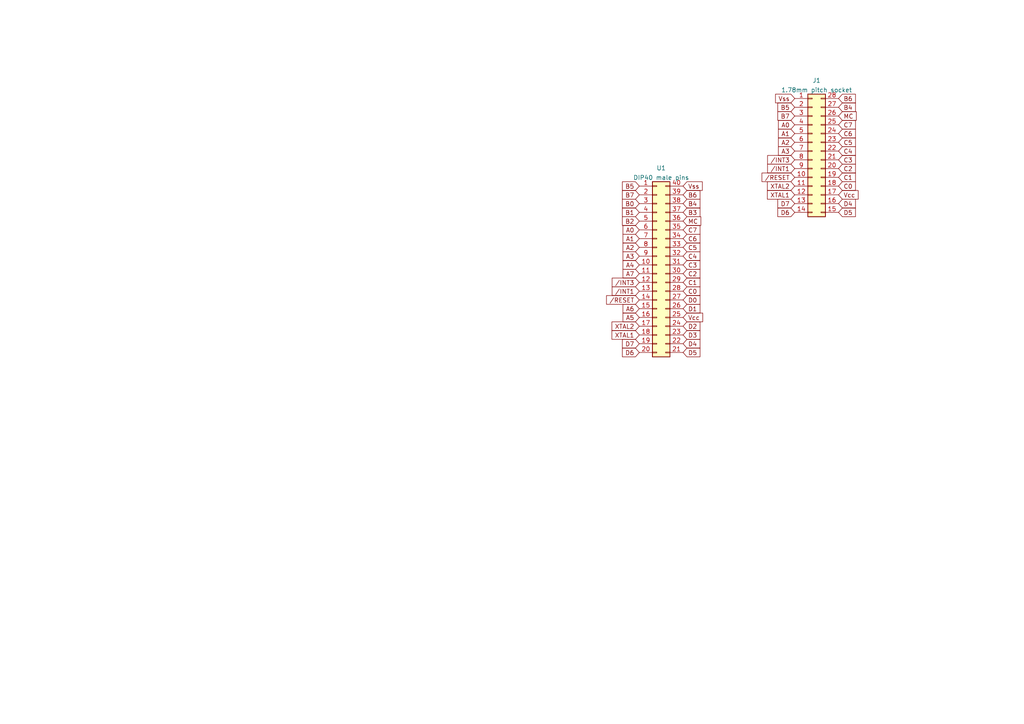
<source format=kicad_sch>
(kicad_sch (version 20211123) (generator eeschema)
  (paper "A4")
  (lib_symbols
    (symbol "Connector_Generic:Conn_02x14_Counter_Clockwise" (pin_names (offset 1.016) hide)
      (property "Reference" "J" (at 1.27 17.78 0))
      (property "Value" "Conn_02x14_Counter_Clockwise" (at 1.27 -20.32 0))
      (symbol "Conn_02x14_Counter_Clockwise_1_1"
        (rectangle (start -1.27 -17.653) (end 0 -17.907) (stroke (width 0.1524)))
        (rectangle (start -1.27 -15.113) (end 0 -15.367) (stroke (width 0.1524)))
        (rectangle (start -1.27 -12.573) (end 0 -12.827) (stroke (width 0.1524)))
        (rectangle (start -1.27 -10.033) (end 0 -10.287) (stroke (width 0.1524)))
        (rectangle (start -1.27 -7.493) (end 0 -7.747) (stroke (width 0.1524)))
        (rectangle (start -1.27 -4.953) (end 0 -5.207) (stroke (width 0.1524)))
        (rectangle (start -1.27 -2.413) (end 0 -2.667) (stroke (width 0.1524)))
        (rectangle (start -1.27 0.127) (end 0 -0.127) (stroke (width 0.1524)))
        (rectangle (start -1.27 2.667) (end 0 2.413) (stroke (width 0.1524)))
        (rectangle (start -1.27 5.207) (end 0 4.953) (stroke (width 0.1524)))
        (rectangle (start -1.27 7.747) (end 0 7.493) (stroke (width 0.1524)))
        (rectangle (start -1.27 10.287) (end 0 10.033) (stroke (width 0.1524)))
        (rectangle (start -1.27 12.827) (end 0 12.573) (stroke (width 0.1524)))
        (rectangle (start -1.27 15.367) (end 0 15.113) (stroke (width 0.1524)))
        (rectangle (start -1.27 16.51) (end 3.81 -19.05) (stroke (width 0.254)) (fill (type background)))
        (rectangle (start 3.81 -17.653) (end 2.54 -17.907) (stroke (width 0.1524)))
        (rectangle (start 3.81 -15.113) (end 2.54 -15.367) (stroke (width 0.1524)))
        (rectangle (start 3.81 -12.573) (end 2.54 -12.827) (stroke (width 0.1524)))
        (rectangle (start 3.81 -10.033) (end 2.54 -10.287) (stroke (width 0.1524)))
        (rectangle (start 3.81 -7.493) (end 2.54 -7.747) (stroke (width 0.1524)))
        (rectangle (start 3.81 -4.953) (end 2.54 -5.207) (stroke (width 0.1524)))
        (rectangle (start 3.81 -2.413) (end 2.54 -2.667) (stroke (width 0.1524)))
        (rectangle (start 3.81 0.127) (end 2.54 -0.127) (stroke (width 0.1524)))
        (rectangle (start 3.81 2.667) (end 2.54 2.413) (stroke (width 0.1524)))
        (rectangle (start 3.81 5.207) (end 2.54 4.953) (stroke (width 0.1524)))
        (rectangle (start 3.81 7.747) (end 2.54 7.493) (stroke (width 0.1524)))
        (rectangle (start 3.81 10.287) (end 2.54 10.033) (stroke (width 0.1524)))
        (rectangle (start 3.81 12.827) (end 2.54 12.573) (stroke (width 0.1524)))
        (rectangle (start 3.81 15.367) (end 2.54 15.113) (stroke (width 0.1524)))
        (pin passive line (at -5.08 15.24 0) (length 3.81) (name "Pin_1") (number "1"))
        (pin passive line (at -5.08 -7.62 0) (length 3.81) (name "Pin_10") (number "10"))
        (pin passive line (at -5.08 -10.16 0) (length 3.81) (name "Pin_11") (number "11"))
        (pin passive line (at -5.08 -12.7 0) (length 3.81) (name "Pin_12") (number "12"))
        (pin passive line (at -5.08 -15.24 0) (length 3.81) (name "Pin_13") (number "13"))
        (pin passive line (at -5.08 -17.78 0) (length 3.81) (name "Pin_14") (number "14"))
        (pin passive line (at 7.62 -17.78 180) (length 3.81) (name "Pin_15") (number "15"))
        (pin passive line (at 7.62 -15.24 180) (length 3.81) (name "Pin_16") (number "16"))
        (pin passive line (at 7.62 -12.7 180) (length 3.81) (name "Pin_17") (number "17"))
        (pin passive line (at 7.62 -10.16 180) (length 3.81) (name "Pin_18") (number "18"))
        (pin passive line (at 7.62 -7.62 180) (length 3.81) (name "Pin_19") (number "19"))
        (pin passive line (at -5.08 12.7 0) (length 3.81) (name "Pin_2") (number "2"))
        (pin passive line (at 7.62 -5.08 180) (length 3.81) (name "Pin_20") (number "20"))
        (pin passive line (at 7.62 -2.54 180) (length 3.81) (name "Pin_21") (number "21"))
        (pin passive line (at 7.62 0 180) (length 3.81) (name "Pin_22") (number "22"))
        (pin passive line (at 7.62 2.54 180) (length 3.81) (name "Pin_23") (number "23"))
        (pin passive line (at 7.62 5.08 180) (length 3.81) (name "Pin_24") (number "24"))
        (pin passive line (at 7.62 7.62 180) (length 3.81) (name "Pin_25") (number "25"))
        (pin passive line (at 7.62 10.16 180) (length 3.81) (name "Pin_26") (number "26"))
        (pin passive line (at 7.62 12.7 180) (length 3.81) (name "Pin_27") (number "27"))
        (pin passive line (at 7.62 15.24 180) (length 3.81) (name "Pin_28") (number "28"))
        (pin passive line (at -5.08 10.16 0) (length 3.81) (name "Pin_3") (number "3"))
        (pin passive line (at -5.08 7.62 0) (length 3.81) (name "Pin_4") (number "4"))
        (pin passive line (at -5.08 5.08 0) (length 3.81) (name "Pin_5") (number "5"))
        (pin passive line (at -5.08 2.54 0) (length 3.81) (name "Pin_6") (number "6"))
        (pin passive line (at -5.08 0 0) (length 3.81) (name "Pin_7") (number "7"))
        (pin passive line (at -5.08 -2.54 0) (length 3.81) (name "Pin_8") (number "8"))
        (pin passive line (at -5.08 -5.08 0) (length 3.81) (name "Pin_9") (number "9"))
      )
    )
    (symbol "Connector_Generic:Conn_02x20_Counter_Clockwise" (pin_names (offset 1.016) hide)
      (property "Reference" "J" (at 1.27 25.4 0))
      (property "Value" "Conn_02x20_Counter_Clockwise" (at 1.27 -27.94 0))
      (symbol "Conn_02x20_Counter_Clockwise_1_1"
        (rectangle (start -1.27 -25.273) (end 0 -25.527) (stroke (width 0.1524)))
        (rectangle (start -1.27 -22.733) (end 0 -22.987) (stroke (width 0.1524)))
        (rectangle (start -1.27 -20.193) (end 0 -20.447) (stroke (width 0.1524)))
        (rectangle (start -1.27 -17.653) (end 0 -17.907) (stroke (width 0.1524)))
        (rectangle (start -1.27 -15.113) (end 0 -15.367) (stroke (width 0.1524)))
        (rectangle (start -1.27 -12.573) (end 0 -12.827) (stroke (width 0.1524)))
        (rectangle (start -1.27 -10.033) (end 0 -10.287) (stroke (width 0.1524)))
        (rectangle (start -1.27 -7.493) (end 0 -7.747) (stroke (width 0.1524)))
        (rectangle (start -1.27 -4.953) (end 0 -5.207) (stroke (width 0.1524)))
        (rectangle (start -1.27 -2.413) (end 0 -2.667) (stroke (width 0.1524)))
        (rectangle (start -1.27 0.127) (end 0 -0.127) (stroke (width 0.1524)))
        (rectangle (start -1.27 2.667) (end 0 2.413) (stroke (width 0.1524)))
        (rectangle (start -1.27 5.207) (end 0 4.953) (stroke (width 0.1524)))
        (rectangle (start -1.27 7.747) (end 0 7.493) (stroke (width 0.1524)))
        (rectangle (start -1.27 10.287) (end 0 10.033) (stroke (width 0.1524)))
        (rectangle (start -1.27 12.827) (end 0 12.573) (stroke (width 0.1524)))
        (rectangle (start -1.27 15.367) (end 0 15.113) (stroke (width 0.1524)))
        (rectangle (start -1.27 17.907) (end 0 17.653) (stroke (width 0.1524)))
        (rectangle (start -1.27 20.447) (end 0 20.193) (stroke (width 0.1524)))
        (rectangle (start -1.27 22.987) (end 0 22.733) (stroke (width 0.1524)))
        (rectangle (start -1.27 24.13) (end 3.81 -26.67) (stroke (width 0.254)) (fill (type background)))
        (rectangle (start 3.81 -25.273) (end 2.54 -25.527) (stroke (width 0.1524)))
        (rectangle (start 3.81 -22.733) (end 2.54 -22.987) (stroke (width 0.1524)))
        (rectangle (start 3.81 -20.193) (end 2.54 -20.447) (stroke (width 0.1524)))
        (rectangle (start 3.81 -17.653) (end 2.54 -17.907) (stroke (width 0.1524)))
        (rectangle (start 3.81 -15.113) (end 2.54 -15.367) (stroke (width 0.1524)))
        (rectangle (start 3.81 -12.573) (end 2.54 -12.827) (stroke (width 0.1524)))
        (rectangle (start 3.81 -10.033) (end 2.54 -10.287) (stroke (width 0.1524)))
        (rectangle (start 3.81 -7.493) (end 2.54 -7.747) (stroke (width 0.1524)))
        (rectangle (start 3.81 -4.953) (end 2.54 -5.207) (stroke (width 0.1524)))
        (rectangle (start 3.81 -2.413) (end 2.54 -2.667) (stroke (width 0.1524)))
        (rectangle (start 3.81 0.127) (end 2.54 -0.127) (stroke (width 0.1524)))
        (rectangle (start 3.81 2.667) (end 2.54 2.413) (stroke (width 0.1524)))
        (rectangle (start 3.81 5.207) (end 2.54 4.953) (stroke (width 0.1524)))
        (rectangle (start 3.81 7.747) (end 2.54 7.493) (stroke (width 0.1524)))
        (rectangle (start 3.81 10.287) (end 2.54 10.033) (stroke (width 0.1524)))
        (rectangle (start 3.81 12.827) (end 2.54 12.573) (stroke (width 0.1524)))
        (rectangle (start 3.81 15.367) (end 2.54 15.113) (stroke (width 0.1524)))
        (rectangle (start 3.81 17.907) (end 2.54 17.653) (stroke (width 0.1524)))
        (rectangle (start 3.81 20.447) (end 2.54 20.193) (stroke (width 0.1524)))
        (rectangle (start 3.81 22.987) (end 2.54 22.733) (stroke (width 0.1524)))
        (pin passive line (at -5.08 22.86 0) (length 3.81) (name "Pin_1") (number "1"))
        (pin passive line (at -5.08 0 0) (length 3.81) (name "Pin_10") (number "10"))
        (pin passive line (at -5.08 -2.54 0) (length 3.81) (name "Pin_11") (number "11"))
        (pin passive line (at -5.08 -5.08 0) (length 3.81) (name "Pin_12") (number "12"))
        (pin passive line (at -5.08 -7.62 0) (length 3.81) (name "Pin_13") (number "13"))
        (pin passive line (at -5.08 -10.16 0) (length 3.81) (name "Pin_14") (number "14"))
        (pin passive line (at -5.08 -12.7 0) (length 3.81) (name "Pin_15") (number "15"))
        (pin passive line (at -5.08 -15.24 0) (length 3.81) (name "Pin_16") (number "16"))
        (pin passive line (at -5.08 -17.78 0) (length 3.81) (name "Pin_17") (number "17"))
        (pin passive line (at -5.08 -20.32 0) (length 3.81) (name "Pin_18") (number "18"))
        (pin passive line (at -5.08 -22.86 0) (length 3.81) (name "Pin_19") (number "19"))
        (pin passive line (at -5.08 20.32 0) (length 3.81) (name "Pin_2") (number "2"))
        (pin passive line (at -5.08 -25.4 0) (length 3.81) (name "Pin_20") (number "20"))
        (pin passive line (at 7.62 -25.4 180) (length 3.81) (name "Pin_21") (number "21"))
        (pin passive line (at 7.62 -22.86 180) (length 3.81) (name "Pin_22") (number "22"))
        (pin passive line (at 7.62 -20.32 180) (length 3.81) (name "Pin_23") (number "23"))
        (pin passive line (at 7.62 -17.78 180) (length 3.81) (name "Pin_24") (number "24"))
        (pin passive line (at 7.62 -15.24 180) (length 3.81) (name "Pin_25") (number "25"))
        (pin passive line (at 7.62 -12.7 180) (length 3.81) (name "Pin_26") (number "26"))
        (pin passive line (at 7.62 -10.16 180) (length 3.81) (name "Pin_27") (number "27"))
        (pin passive line (at 7.62 -7.62 180) (length 3.81) (name "Pin_28") (number "28"))
        (pin passive line (at 7.62 -5.08 180) (length 3.81) (name "Pin_29") (number "29"))
        (pin passive line (at -5.08 17.78 0) (length 3.81) (name "Pin_3") (number "3"))
        (pin passive line (at 7.62 -2.54 180) (length 3.81) (name "Pin_30") (number "30"))
        (pin passive line (at 7.62 0 180) (length 3.81) (name "Pin_31") (number "31"))
        (pin passive line (at 7.62 2.54 180) (length 3.81) (name "Pin_32") (number "32"))
        (pin passive line (at 7.62 5.08 180) (length 3.81) (name "Pin_33") (number "33"))
        (pin passive line (at 7.62 7.62 180) (length 3.81) (name "Pin_34") (number "34"))
        (pin passive line (at 7.62 10.16 180) (length 3.81) (name "Pin_35") (number "35"))
        (pin passive line (at 7.62 12.7 180) (length 3.81) (name "Pin_36") (number "36"))
        (pin passive line (at 7.62 15.24 180) (length 3.81) (name "Pin_37") (number "37"))
        (pin passive line (at 7.62 17.78 180) (length 3.81) (name "Pin_38") (number "38"))
        (pin passive line (at 7.62 20.32 180) (length 3.81) (name "Pin_39") (number "39"))
        (pin passive line (at -5.08 15.24 0) (length 3.81) (name "Pin_4") (number "4"))
        (pin passive line (at 7.62 22.86 180) (length 3.81) (name "Pin_40") (number "40"))
        (pin passive line (at -5.08 12.7 0) (length 3.81) (name "Pin_5") (number "5"))
        (pin passive line (at -5.08 10.16 0) (length 3.81) (name "Pin_6") (number "6"))
        (pin passive line (at -5.08 7.62 0) (length 3.81) (name "Pin_7") (number "7"))
        (pin passive line (at -5.08 5.08 0) (length 3.81) (name "Pin_8") (number "8"))
        (pin passive line (at -5.08 2.54 0) (length 3.81) (name "Pin_9") (number "9"))
      )
    )
  )
  (global_label "C3" (shape input) (at 243.205 46.355 0) (property "Intersheet References" "${INTERSHEET_REFS}" (effects hide)))
  (global_label "D3" (shape input) (at 198.12 97.155 0) (property "Intersheet References" "${INTERSHEET_REFS}" (effects hide)))
  (global_label "MC" (shape input) (at 243.205 33.655 0) (property "Intersheet References" "${INTERSHEET_REFS}" (effects hide)))
  (global_label "MC" (shape input) (at 198.12 64.135 0) (property "Intersheet References" "${INTERSHEET_REFS}" (effects hide)))
  (global_label "A6" (shape input) (at 185.42 89.535 180) (property "Intersheet References" "${INTERSHEET_REFS}" (effects hide)))
  (global_label "B5" (shape input) (at 185.42 53.975 180) (property "Intersheet References" "${INTERSHEET_REFS}" (effects hide)))
  (global_label "C5" (shape input) (at 243.205 41.275 0) (property "Intersheet References" "${INTERSHEET_REFS}" (effects hide)))
  (global_label "{slash}INT1" (shape input) (at 185.42 84.455 180) (property "Intersheet References" "${INTERSHEET_REFS}" (effects hide)))
  (global_label "D2" (shape input) (at 198.12 94.615 0) (property "Intersheet References" "${INTERSHEET_REFS}" (effects hide)))
  (global_label "C2" (shape input) (at 243.205 48.895 0) (property "Intersheet References" "${INTERSHEET_REFS}" (effects hide)))
  (global_label "{slash}RESET" (shape input) (at 230.505 51.435 180) (property "Intersheet References" "${INTERSHEET_REFS}" (effects hide)))
  (global_label "{slash}INT3" (shape input) (at 185.42 81.915 180) (property "Intersheet References" "${INTERSHEET_REFS}" (effects hide)))
  (global_label "XTAL2" (shape input) (at 185.42 94.615 180) (property "Intersheet References" "${INTERSHEET_REFS}" (effects hide)))
  (global_label "Vss" (shape input) (at 230.505 28.575 180) (property "Intersheet References" "${INTERSHEET_REFS}" (effects hide)))
  (global_label "B4" (shape input) (at 243.205 31.115 0) (property "Intersheet References" "${INTERSHEET_REFS}" (effects hide)))
  (global_label "C7" (shape input) (at 243.205 36.195 0) (property "Intersheet References" "${INTERSHEET_REFS}" (effects hide)))
  (global_label "XTAL1" (shape input) (at 185.42 97.155 180) (property "Intersheet References" "${INTERSHEET_REFS}" (effects hide)))
  (global_label "B5" (shape input) (at 230.505 31.115 180) (property "Intersheet References" "${INTERSHEET_REFS}" (effects hide)))
  (global_label "A0" (shape input) (at 185.42 66.675 180) (property "Intersheet References" "${INTERSHEET_REFS}" (effects hide)))
  (global_label "C1" (shape input) (at 198.12 81.915 0) (property "Intersheet References" "${INTERSHEET_REFS}" (effects hide)))
  (global_label "XTAL2" (shape input) (at 230.505 53.975 180) (property "Intersheet References" "${INTERSHEET_REFS}" (effects hide)))
  (global_label "C2" (shape input) (at 198.12 79.375 0) (property "Intersheet References" "${INTERSHEET_REFS}" (effects hide)))
  (global_label "B7" (shape input) (at 185.42 56.515 180) (property "Intersheet References" "${INTERSHEET_REFS}" (effects hide)))
  (global_label "Vss" (shape input) (at 198.12 53.975 0) (property "Intersheet References" "${INTERSHEET_REFS}" (effects hide)))
  (global_label "C1" (shape input) (at 243.205 51.435 0) (property "Intersheet References" "${INTERSHEET_REFS}" (effects hide)))
  (global_label "{slash}INT3" (shape input) (at 230.505 46.355 180) (property "Intersheet References" "${INTERSHEET_REFS}" (effects hide)))
  (global_label "D7" (shape input) (at 230.505 59.055 180) (property "Intersheet References" "${INTERSHEET_REFS}" (effects hide)))
  (global_label "D5" (shape input) (at 198.12 102.235 0) (property "Intersheet References" "${INTERSHEET_REFS}" (effects hide)))
  (global_label "D4" (shape input) (at 198.12 99.695 0) (property "Intersheet References" "${INTERSHEET_REFS}" (effects hide)))
  (global_label "C0" (shape input) (at 198.12 84.455 0) (property "Intersheet References" "${INTERSHEET_REFS}" (effects hide)))
  (global_label "B0" (shape input) (at 185.42 59.055 180) (property "Intersheet References" "${INTERSHEET_REFS}" (effects hide)))
  (global_label "A3" (shape input) (at 230.505 43.815 180) (property "Intersheet References" "${INTERSHEET_REFS}" (effects hide)))
  (global_label "D7" (shape input) (at 185.42 99.695 180) (property "Intersheet References" "${INTERSHEET_REFS}" (effects hide)))
  (global_label "C3" (shape input) (at 198.12 76.835 0) (property "Intersheet References" "${INTERSHEET_REFS}" (effects hide)))
  (global_label "Vcc" (shape input) (at 243.205 56.515 0) (property "Intersheet References" "${INTERSHEET_REFS}" (effects hide)))
  (global_label "{slash}INT1" (shape input) (at 230.505 48.895 180) (property "Intersheet References" "${INTERSHEET_REFS}" (effects hide)))
  (global_label "D6" (shape input) (at 185.42 102.235 180) (property "Intersheet References" "${INTERSHEET_REFS}" (effects hide)))
  (global_label "A1" (shape input) (at 185.42 69.215 180) (property "Intersheet References" "${INTERSHEET_REFS}" (effects hide)))
  (global_label "D5" (shape input) (at 243.205 61.595 0) (property "Intersheet References" "${INTERSHEET_REFS}" (effects hide)))
  (global_label "A2" (shape input) (at 185.42 71.755 180) (property "Intersheet References" "${INTERSHEET_REFS}" (effects hide)))
  (global_label "D4" (shape input) (at 243.205 59.055 0) (property "Intersheet References" "${INTERSHEET_REFS}" (effects hide)))
  (global_label "A2" (shape input) (at 230.505 41.275 180) (property "Intersheet References" "${INTERSHEET_REFS}" (effects hide)))
  (global_label "B2" (shape input) (at 185.42 64.135 180) (property "Intersheet References" "${INTERSHEET_REFS}" (effects hide)))
  (global_label "C6" (shape input) (at 198.12 69.215 0) (property "Intersheet References" "${INTERSHEET_REFS}" (effects hide)))
  (global_label "D1" (shape input) (at 198.12 89.535 0) (property "Intersheet References" "${INTERSHEET_REFS}" (effects hide)))
  (global_label "A4" (shape input) (at 185.42 76.835 180) (property "Intersheet References" "${INTERSHEET_REFS}" (effects hide)))
  (global_label "A0" (shape input) (at 230.505 36.195 180) (property "Intersheet References" "${INTERSHEET_REFS}" (effects hide)))
  (global_label "XTAL1" (shape input) (at 230.505 56.515 180) (property "Intersheet References" "${INTERSHEET_REFS}" (effects hide)))
  (global_label "A1" (shape input) (at 230.505 38.735 180) (property "Intersheet References" "${INTERSHEET_REFS}" (effects hide)))
  (global_label "C0" (shape input) (at 243.205 53.975 0) (property "Intersheet References" "${INTERSHEET_REFS}" (effects hide)))
  (global_label "A3" (shape input) (at 185.42 74.295 180) (property "Intersheet References" "${INTERSHEET_REFS}" (effects hide)))
  (global_label "A5" (shape input) (at 185.42 92.075 180) (property "Intersheet References" "${INTERSHEET_REFS}" (effects hide)))
  (global_label "Vcc" (shape input) (at 198.12 92.075 0) (property "Intersheet References" "${INTERSHEET_REFS}" (effects hide)))
  (global_label "D6" (shape input) (at 230.505 61.595 180) (property "Intersheet References" "${INTERSHEET_REFS}" (effects hide)))
  (global_label "B3" (shape input) (at 198.12 61.595 0) (property "Intersheet References" "${INTERSHEET_REFS}" (effects hide)))
  (global_label "C4" (shape input) (at 198.12 74.295 0) (property "Intersheet References" "${INTERSHEET_REFS}" (effects hide)))
  (global_label "C5" (shape input) (at 198.12 71.755 0) (property "Intersheet References" "${INTERSHEET_REFS}" (effects hide)))
  (global_label "B6" (shape input) (at 198.12 56.515 0) (property "Intersheet References" "${INTERSHEET_REFS}" (effects hide)))
  (global_label "B7" (shape input) (at 230.505 33.655 180) (property "Intersheet References" "${INTERSHEET_REFS}" (effects hide)))
  (global_label "B6" (shape input) (at 243.205 28.575 0) (property "Intersheet References" "${INTERSHEET_REFS}" (effects hide)))
  (global_label "{slash}RESET" (shape input) (at 185.42 86.995 180) (property "Intersheet References" "${INTERSHEET_REFS}" (effects hide)))
  (global_label "A7" (shape input) (at 185.42 79.375 180) (property "Intersheet References" "${INTERSHEET_REFS}" (effects hide)))
  (global_label "B4" (shape input) (at 198.12 59.055 0) (property "Intersheet References" "${INTERSHEET_REFS}" (effects hide)))
  (global_label "D0" (shape input) (at 198.12 86.995 0) (property "Intersheet References" "${INTERSHEET_REFS}" (effects hide)))
  (global_label "C4" (shape input) (at 243.205 43.815 0) (property "Intersheet References" "${INTERSHEET_REFS}" (effects hide)))
  (global_label "B1" (shape input) (at 185.42 61.595 180) (property "Intersheet References" "${INTERSHEET_REFS}" (effects hide)))
  (global_label "C7" (shape input) (at 198.12 66.675 0) (property "Intersheet References" "${INTERSHEET_REFS}" (effects hide)))
  (global_label "C6" (shape input) (at 243.205 38.735 0) (property "Intersheet References" "${INTERSHEET_REFS}" (effects hide)))
  (symbol (lib_id "Connector_Generic:Conn_02x20_Counter_Clockwise") (at 190.5 76.835 0) (unit 1)
    (property "Reference" "U1" (at 191.77 48.7385 0))
    (property "Value" "DIP40 male pins" (at 191.77 51.5136 0))
    (property "Footprint" "Package_DIP:DIP-40_W15.24mm" (effects hide))
  )
  (symbol (lib_id "Connector_Generic:Conn_02x14_Counter_Clockwise") (at 235.585 43.815 0) (unit 1)
    (property "Reference" "J1" (at 236.855 23.3385 0))
    (property "Value" "1.78mm pitch socket" (at 236.855 26.1136 0))
    (property "Footprint" "Evan's misc parts:DIP 28 1.78mm" (effects hide))
  )
)
</source>
